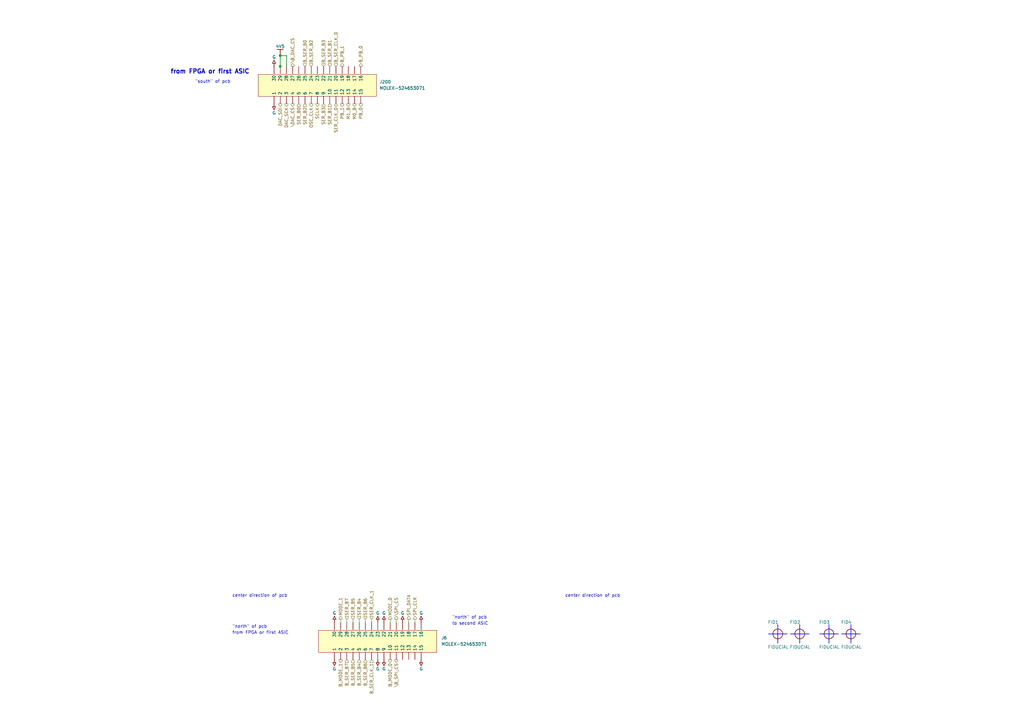
<source format=kicad_sch>
(kicad_sch (version 20230121) (generator eeschema)
  (paper "A3")
  (title_block (title "BrainCom ASIC3 Level") (rev "A"))
  (lib_symbols
    (symbol "Board2Board_MOLEX-5009130302_1_2"
      (property "Reference" "J200" (at -36.195 8.89 0))
      (property "Value" "MOLEX-524653071" (at -36.195 6.35 0))
      (symbol "Board2Board_MOLEX-5009130302_1_2_1_0"
        (rectangle (start 13.5 12) (end -34.999 3) (fill (type background)))
        (pin passive line (at 6.985 0 90) (length 3) (name "1") (number "1"))
        (pin passive line (at -15.875 0 90) (length 3) (name "10") (number "10"))
        (pin passive line (at -18.415 0 90) (length 3) (name "11") (number "11"))
        (pin passive line (at -20.955 0 90) (length 3) (name "12") (number "12"))
        (pin passive line (at -23.495 0 90) (length 3) (name "13") (number "13"))
        (pin passive line (at -26.035 0 90) (length 3) (name "14") (number "14"))
        (pin passive line (at -28.575 0 90) (length 3) (name "15") (number "15"))
        (pin passive line (at -28.575 15.24 270) (length 3) (name "16") (number "16"))
        (pin passive line (at -26.035 15.24 270) (length 3) (name "17") (number "17"))
        (pin passive line (at -23.495 15.24 270) (length 3) (name "18") (number "18"))
        (pin passive line (at -20.955 15.24 270) (length 3) (name "19") (number "19"))
        (pin passive line (at 4.445 0 90) (length 3) (name "2") (number "2"))
        (pin passive line (at -18.415 15.24 270) (length 3) (name "20") (number "20"))
        (pin passive line (at -15.875 15.24 270) (length 3) (name "21") (number "21"))
        (pin passive line (at -13.335 15.24 270) (length 3) (name "22") (number "22"))
        (pin passive line (at -10.795 15.24 270) (length 3) (name "23") (number "23"))
        (pin passive line (at -8.255 15.24 270) (length 3) (name "24") (number "24"))
        (pin passive line (at -5.715 15.24 270) (length 3) (name "25") (number "25"))
        (pin passive line (at -3.175 15.24 270) (length 3) (name "26") (number "26"))
        (pin passive line (at -0.635 15.24 270) (length 3) (name "27") (number "27"))
        (pin passive line (at 1.905 15.24 270) (length 3) (name "28") (number "28"))
        (pin passive line (at 4.445 15.24 270) (length 3) (name "29") (number "29"))
        (pin passive line (at 1.905 0 90) (length 3) (name "3") (number "3"))
        (pin passive line (at 6.985 15.24 270) (length 3) (name "30") (number "30"))
        (pin passive line (at -0.635 0 90) (length 3) (name "4") (number "4"))
        (pin passive line (at -3.175 0 90) (length 3) (name "5") (number "5"))
        (pin passive line (at -5.715 0 90) (length 3) (name "6") (number "6"))
        (pin passive line (at -8.255 0 90) (length 3) (name "7") (number "7"))
        (pin passive line (at -10.795 0 90) (length 3) (name "8") (number "8"))
        (pin passive line (at -13.335 0 90) (length 3) (name "9") (number "9"))
      )
    )
    (symbol "BrainCom_ASIC3RevA-altium-import:4V5" (power)
      (property "Reference" "#PWR" (at 0 0 0))
      (property "Value" "4V5" (at 0 3.81 0))
      (symbol "4V5_0_0"
        (polyline (pts (xy -1.27 -2.54) (xy 1.27 -2.54)) (stroke (width 0.254)))
        (polyline (pts (xy 0 0) (xy 0 -2.54)) (stroke (width 0.254)))
        (pin power_in line (at 0 0 0) (length 0) hide (name "4V5") (number ""))
      )
    )
    (symbol "BrainCom_ASIC3RevA-altium-import:G" (power)
      (property "Reference" "#PWR" (at 0 0 0))
      (property "Value" "G" (at 0 3.81 0))
      (symbol "G_0_0"
        (polyline (pts (xy 0 0) (xy 0 -1.27)) (stroke (width 0.254)))
        (polyline (pts (xy -0.635 -1.27) (xy 0.635 -1.27) (xy 0 -2.54) (xy -0.635 -1.27)) (stroke (width 0.254)))
        (pin power_in line (at 0 0 0) (length 0) hide (name "G") (number ""))
      )
    )
    (symbol "BrainCom_ASIC3RevA-altium-import:root_0_FIDUCIAL"
      (symbol "root_0_FIDUCIAL_1_0"
        (polyline (pts (xy 0 -3.81) (xy 0 3.81)) (stroke (width 0.254) (color 0 0 255 1)))
        (polyline (pts (xy 3.81 0) (xy -3.81 0)) (stroke (width 0.254) (color 0 0 255 1)))
        (circle (center 0 0) (radius 2) (stroke (width 0.254)))
      )
    )
    (symbol "FDM_project_Library:Board2Board_MOLEX-5009130302_1"
      (property "Reference" "J6" (at -36.83 8.89 0))
      (property "Value" "MOLEX-524653071" (at -36.83 6.35 0))
      (symbol "Board2Board_MOLEX-5009130302_1_1_0"
        (rectangle (start 13.5 12) (end -34.999 3) (fill (type background)))
        (pin passive line (at 6.985 0 90) (length 3) (name "1") (number "1"))
        (pin passive line (at -15.875 0 90) (length 3) (name "10") (number "10"))
        (pin passive line (at -18.415 0 90) (length 3) (name "11") (number "11"))
        (pin passive line (at -20.955 0 90) (length 3) (name "12") (number "12"))
        (pin passive line (at -23.495 0 90) (length 3) (name "13") (number "13"))
        (pin passive line (at -26.035 0 90) (length 3) (name "14") (number "14"))
        (pin passive line (at -28.575 0 90) (length 3) (name "15") (number "15"))
        (pin passive line (at -28.575 15.24 270) (length 3) (name "16") (number "16"))
        (pin passive line (at -26.035 15.24 270) (length 3) (name "17") (number "17"))
        (pin passive line (at -23.495 15.24 270) (length 3) (name "18") (number "18"))
        (pin passive line (at -20.955 15.24 270) (length 3) (name "19") (number "19"))
        (pin passive line (at 4.445 0 90) (length 3) (name "2") (number "2"))
        (pin passive line (at -18.415 15.24 270) (length 3) (name "20") (number "20"))
        (pin passive line (at -15.875 15.24 270) (length 3) (name "21") (number "21"))
        (pin passive line (at -13.335 15.24 270) (length 3) (name "22") (number "22"))
        (pin passive line (at -10.795 15.24 270) (length 3) (name "23") (number "23"))
        (pin passive line (at -8.255 15.24 270) (length 3) (name "24") (number "24"))
        (pin passive line (at -5.715 15.24 270) (length 3) (name "25") (number "25"))
        (pin passive line (at -3.175 15.24 270) (length 3) (name "26") (number "26"))
        (pin passive line (at -0.635 15.24 270) (length 3) (name "27") (number "27"))
        (pin passive line (at 1.905 15.24 270) (length 3) (name "28") (number "28"))
        (pin passive line (at 4.445 15.24 270) (length 3) (name "29") (number "29"))
        (pin passive line (at 1.905 0 90) (length 3) (name "3") (number "3"))
        (pin passive line (at 6.985 15.24 270) (length 3) (name "30") (number "30"))
        (pin passive line (at -0.635 0 90) (length 3) (name "4") (number "4"))
        (pin passive line (at -3.175 0 90) (length 3) (name "5") (number "5"))
        (pin passive line (at -5.715 0 90) (length 3) (name "6") (number "6"))
        (pin passive line (at -8.255 0 90) (length 3) (name "7") (number "7"))
        (pin passive line (at -10.795 0 90) (length 3) (name "8") (number "8"))
        (pin passive line (at -13.335 0 90) (length 3) (name "9") (number "9"))
      )
    )
  )
  (junction (at 114.935 22.805))
  (junction (at 114.935 27.25))
  (wire (pts (xy 117.475 22.805) (xy 114.935 22.805)) (stroke (width 0.254)))
  (wire (pts (xy 167.64 254) (xy 167.64 255.27)))
  (wire (pts (xy 117.475 27.25) (xy 117.475 22.805)) (stroke (width 0.254)))
  (wire (pts (xy 162.56 254) (xy 162.56 255.27)))
  (wire (pts (xy 114.935 27.25) (xy 114.935 27.305)) (stroke (width 0.254)))
  (wire (pts (xy 160.02 254) (xy 160.02 255.27)))
  (wire (pts (xy 170.18 254) (xy 170.18 255.27)))
  (wire (pts (xy 139.7 254) (xy 139.7 255.27)))
  (wire (pts (xy 114.935 22.805) (xy 114.935 27.25)) (stroke (width 0.254)))
  (wire (pts (xy 152.4 254) (xy 152.4 255.27)))
  (wire (pts (xy 144.78 254) (xy 144.78 255.27)))
  (wire (pts (xy 149.86 254) (xy 149.86 255.27)))
  (wire (pts (xy 142.24 254) (xy 142.24 255.27)))
  (wire (pts (xy 147.32 254) (xy 147.32 255.27)))
  (text "to second ASIC" (at 185.42 256.54 0) (effects (font (size 1.27 1.27)) (justify left bottom)))
  (text "\"south\" of pcb" (at 80.01 34.29 0) (effects (font (size 1.27 1.27)) (justify left bottom)))
  (text "\"north\" of pcb" (at 95.25 257.81 0) (effects (font (size 1.27 1.27)) (justify left bottom)))
  (text "from FPGA or first ASIC" (at 69.85 30.48 0) (effects (font (size 1.778 1.778) bold) (justify left bottom)))
  (text "\"north\" of pcb" (at 185.42 254.04 0) (effects (font (size 1.27 1.27)) (justify left bottom)))
  (text "center direction of pcb" (at 231.775 245.11 0) (effects (font (size 1.27 1.27)) (justify left bottom)))
  (text "center direction of pcb" (at 95.25 245.11 0) (effects (font (size 1.27 1.27)) (justify left bottom)))
  (text "from FPGA or first ASIC" (at 95.25 260.31 0) (effects (font (size 1.27 1.27)) (justify left bottom)))
  (hierarchical_label "B_SER_B4" (shape input) (at 147.32 270.51 270))
  (hierarchical_label "B_PB_0" (shape output) (at 147.955 27.25 90))
  (hierarchical_label "SCLK" (shape output) (at 130.175 42.49 270))
  (hierarchical_label "SER_B0" (shape input) (at 122.555 42.49 270))
  (hierarchical_label "SER_B7" (shape input) (at 142.24 254 90))
  (hierarchical_label "B_SER_B7" (shape input) (at 142.24 270.51 270))
  (hierarchical_label "SER_CLK_1" (shape input) (at 152.4 254 90))
  (hierarchical_label "SPI_DATA" (shape output) (at 167.64 254 90))
  (hierarchical_label "B_SER_B2" (shape input) (at 127.635 27.25 90))
  (hierarchical_label "B_SER_B0" (shape input) (at 125.095 27.25 90))
  (hierarchical_label "B_SER_CLK_1" (shape input) (at 152.4 270.51 270))
  (hierarchical_label "B_PB_1" (shape output) (at 140.335 27.25 90))
  (hierarchical_label "SER_B3" (shape input) (at 132.715 42.49 270))
  (hierarchical_label "OSC_CLK" (shape output) (at 127.635 42.49 270))
  (hierarchical_label "PB_0" (shape output) (at 147.955 42.49 270))
  (hierarchical_label "MODE_0" (shape output) (at 160.02 254 90))
  (hierarchical_label "B_SER_B5" (shape input) (at 144.78 270.51 270))
  (hierarchical_label "SER_B2" (shape input) (at 125.095 42.49 270))
  (hierarchical_label "DAC_SDI" (shape output) (at 114.935 42.49 270))
  (hierarchical_label "SER_B5" (shape input) (at 144.78 254 90))
  (hierarchical_label "M1_B" (shape output) (at 142.875 42.49 270))
  (hierarchical_label "B_MODE_0" (shape output) (at 160.02 270.51 270))
  (hierarchical_label "\\SPI_CS" (shape output) (at 162.56 254 90))
  (hierarchical_label "\\B_SPI_CS" (shape output) (at 162.56 270.51 270))
  (hierarchical_label "SER_B1" (shape input) (at 135.255 42.49 270))
  (hierarchical_label "B_MODE_1" (shape output) (at 139.7 270.51 270))
  (hierarchical_label "B_SER_CLK_0" (shape input) (at 137.795 27.25 90))
  (hierarchical_label "M0_B" (shape output) (at 145.415 42.49 270))
  (hierarchical_label "DAC_SCK" (shape output) (at 117.475 42.49 270))
  (hierarchical_label "\\B_DAC_CS" (shape output) (at 120.015 27.25 90))
  (hierarchical_label "B_SER_B6" (shape input) (at 149.86 270.51 270))
  (hierarchical_label "SER_B4" (shape input) (at 147.32 254 90))
  (hierarchical_label "SER_CLK_0" (shape bidirectional) (at 137.795 42.49 270))
  (hierarchical_label "\\DAC_CS" (shape output) (at 120.015 42.49 270))
  (hierarchical_label "SPI_CLK" (shape output) (at 170.18 254 90))
  (hierarchical_label "MODE_1" (shape output) (at 139.7 254 90))
  (hierarchical_label "B_SER_B1" (shape input) (at 135.255 27.25 90))
  (hierarchical_label "SER_B6" (shape input) (at 149.86 254 90))
  (hierarchical_label "B_SER_B3" (shape input) (at 132.715 27.25 90))
  (hierarchical_label "PB_1" (shape output) (at 140.335 42.49 270))
  (symbol (lib_name "Board2Board_MOLEX-5009130302_1_2") (lib_id "FDM_project_Library:Board2Board_MOLEX-5009130302_1") (at 119.38 42.49 0) (mirror y) (unit 1)
    (property "Reference" "J200" (at 155.575 33.6 0) (effects (justify right)))
    (property "Value" "MOLEX-524653071" (at 155.575 36.14 0) (effects (justify right)))
    (property "Footprint" "J524653071" (effects hide))
    (property "ITEM NUMBER" "5400067" (effects hide))
    (property "MANUFACTURER" "Molex" (effects hide))
    (property "MPN" "524653071" (effects hide))
  )
  (symbol (lib_id "BrainCom_ASIC3RevA-altium-import:G") (at 137.16 270.51 0) (unit 1)
    (property "Reference" "#PWR0130" (effects hide))
    (property "Value" "G" (at 137.16 274.32 0))
  )
  (symbol (lib_id "BrainCom_ASIC3RevA-altium-import:G") (at 112.395 42.49 0) (unit 1)
    (property "Reference" "#PWR0139" (effects hide))
    (property "Value" "G" (at 112.395 46.3 0))
  )
  (symbol (lib_id "BrainCom_ASIC3RevA-altium-import:G") (at 112.395 27.25 180) (unit 1)
    (property "Reference" "#PWR0140" (effects hide))
    (property "Value" "G" (at 112.395 23.44 0))
  )
  (symbol (lib_id "BrainCom_ASIC3RevA-altium-import:G") (at 137.16 255.27 180) (unit 1)
    (property "Reference" "#PWR0127" (effects hide))
    (property "Value" "G" (at 137.16 251.46 0))
  )
  (symbol (lib_id "BrainCom_ASIC3RevA-altium-import:root_0_FIDUCIAL") (at 328 260.0022 0) (unit 1)
    (property "Reference" "FID2" (at 323.936 255.9382 0) (effects (justify left bottom)))
    (property "Value" "FIDUCIAL" (at 323.936 266.0982 0) (effects (justify left bottom)))
    (property "Footprint" "Footprints:MFID0508" (effects hide))
    (property "ITEM NUMBER" "800-" (effects hide))
  )
  (symbol (lib_id "BrainCom_ASIC3RevA-altium-import:4V5") (at 114.935 22.805 180) (unit 1)
    (property "Reference" "#PWR0141" (effects hide))
    (property "Value" "4V5" (at 114.935 18.995 0))
  )
  (symbol (lib_id "BrainCom_ASIC3RevA-altium-import:root_0_FIDUCIAL") (at 319 260.0022 0) (unit 1)
    (property "Reference" "FID1" (at 314.936 255.9382 0) (effects (justify left bottom)))
    (property "Value" "FIDUCIAL" (at 314.936 266.0982 0) (effects (justify left bottom)))
    (property "Footprint" "Footprints:MFID0508" (effects hide))
    (property "ITEM NUMBER" "800-" (effects hide))
  )
  (symbol (lib_id "FDM_project_Library:Board2Board_MOLEX-5009130302_1") (at 144.145 270.51 0) (mirror y) (unit 1)
    (property "Reference" "J6" (at 180.975 261.62 0) (effects (justify right)))
    (property "Value" "MOLEX-524653071" (at 180.975 264.16 0) (effects (justify right)))
    (property "Footprint" "FDM_footprints:J524653071_Board2Board" (effects hide))
    (property "ITEM NUMBER" "5400067" (effects hide))
    (property "MANUFACTURER" "Molex" (effects hide))
    (property "MPN" "524653071" (effects hide))
  )
  (symbol (lib_id "BrainCom_ASIC3RevA-altium-import:G") (at 157.48 270.51 0) (unit 1)
    (property "Reference" "#PWR0131" (effects hide))
    (property "Value" "G" (at 157.48 274.32 0))
  )
  (symbol (lib_id "BrainCom_ASIC3RevA-altium-import:root_0_FIDUCIAL") (at 349 260.0022 0) (unit 1)
    (property "Reference" "FID4" (at 344.936 255.9382 0) (effects (justify left bottom)))
    (property "Value" "FIDUCIAL" (at 344.936 266.0982 0) (effects (justify left bottom)))
    (property "Footprint" "Footprints:MFID0508" (effects hide))
    (property "ITEM NUMBER" "800-" (effects hide))
  )
  (symbol (lib_id "BrainCom_ASIC3RevA-altium-import:G") (at 172.72 255.27 180) (unit 1)
    (property "Reference" "#PWR0133" (effects hide))
    (property "Value" "G" (at 172.72 251.46 0))
  )
  (symbol (lib_id "BrainCom_ASIC3RevA-altium-import:G") (at 172.72 270.51 0) (unit 1)
    (property "Reference" "#PWR0128" (effects hide))
    (property "Value" "G" (at 172.72 274.32 0))
  )
  (symbol (lib_id "BrainCom_ASIC3RevA-altium-import:G") (at 154.94 270.51 0) (unit 1)
    (property "Reference" "#PWR0129" (effects hide))
    (property "Value" "G" (at 154.94 274.32 0))
  )
  (symbol (lib_id "BrainCom_ASIC3RevA-altium-import:G") (at 154.94 255.27 180) (unit 1)
    (property "Reference" "#PWR0126" (effects hide))
    (property "Value" "G" (at 154.94 251.46 0))
  )
  (symbol (lib_id "BrainCom_ASIC3RevA-altium-import:G") (at 157.48 255.27 180) (unit 1)
    (property "Reference" "#PWR0125" (effects hide))
    (property "Value" "G" (at 157.48 251.46 0))
  )
  (symbol (lib_id "BrainCom_ASIC3RevA-altium-import:G") (at 165.1 255.27 180) (unit 1)
    (property "Reference" "#PWR0132" (effects hide))
    (property "Value" "G" (at 165.1 251.46 0))
  )
  (symbol (lib_id "BrainCom_ASIC3RevA-altium-import:root_0_FIDUCIAL") (at 340 260.0022 0) (unit 1)
    (property "Reference" "FID3" (at 335.936 255.9382 0) (effects (justify left bottom)))
    (property "Value" "FIDUCIAL" (at 335.936 266.0982 0) (effects (justify left bottom)))
    (property "Footprint" "Footprints:MFID0508" (effects hide))
    (property "ITEM NUMBER" "800-" (effects hide))
  )
)
</source>
